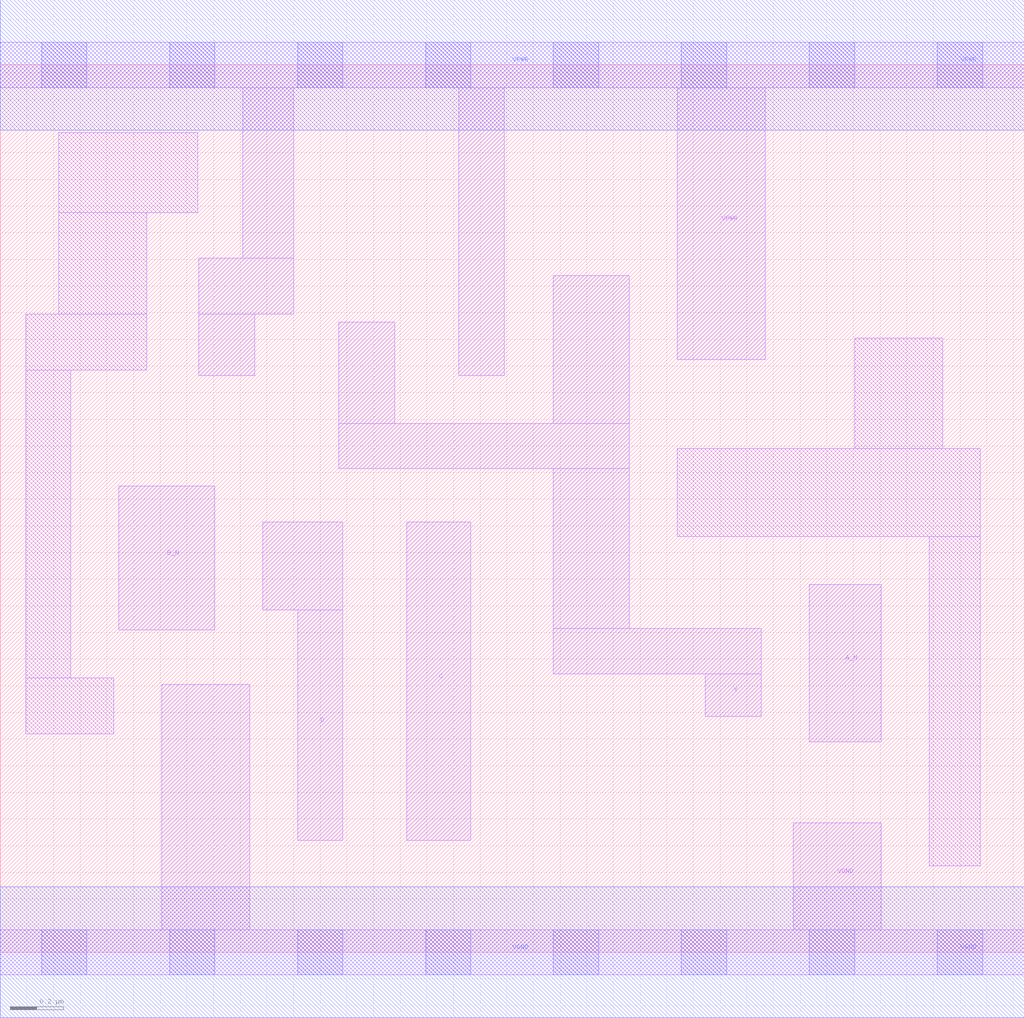
<source format=lef>
# Copyright 2020 The SkyWater PDK Authors
#
# Licensed under the Apache License, Version 2.0 (the "License");
# you may not use this file except in compliance with the License.
# You may obtain a copy of the License at
#
#     https://www.apache.org/licenses/LICENSE-2.0
#
# Unless required by applicable law or agreed to in writing, software
# distributed under the License is distributed on an "AS IS" BASIS,
# WITHOUT WARRANTIES OR CONDITIONS OF ANY KIND, either express or implied.
# See the License for the specific language governing permissions and
# limitations under the License.
#
# SPDX-License-Identifier: Apache-2.0

VERSION 5.7 ;
  NAMESCASESENSITIVE ON ;
  NOWIREEXTENSIONATPIN ON ;
  DIVIDERCHAR "/" ;
  BUSBITCHARS "[]" ;
UNITS
  DATABASE MICRONS 200 ;
END UNITS
MACRO sky130_fd_sc_lp__nand4bb_m
  CLASS CORE ;
  SOURCE USER ;
  FOREIGN sky130_fd_sc_lp__nand4bb_m ;
  ORIGIN  0.000000  0.000000 ;
  SIZE  3.840000 BY  3.330000 ;
  SYMMETRY X Y R90 ;
  SITE unit ;
  PIN A_N
    ANTENNAGATEAREA  0.126000 ;
    DIRECTION INPUT ;
    USE SIGNAL ;
    PORT
      LAYER li1 ;
        RECT 3.035000 0.790000 3.305000 1.380000 ;
    END
  END A_N
  PIN B_N
    ANTENNAGATEAREA  0.126000 ;
    DIRECTION INPUT ;
    USE SIGNAL ;
    PORT
      LAYER li1 ;
        RECT 0.445000 1.210000 0.805000 1.750000 ;
    END
  END B_N
  PIN C
    ANTENNAGATEAREA  0.126000 ;
    DIRECTION INPUT ;
    USE SIGNAL ;
    PORT
      LAYER li1 ;
        RECT 1.525000 0.420000 1.765000 1.615000 ;
    END
  END C
  PIN D
    ANTENNAGATEAREA  0.126000 ;
    DIRECTION INPUT ;
    USE SIGNAL ;
    PORT
      LAYER li1 ;
        RECT 0.985000 1.285000 1.285000 1.615000 ;
        RECT 1.115000 0.420000 1.285000 1.285000 ;
    END
  END D
  PIN Y
    ANTENNADIFFAREA  0.377700 ;
    DIRECTION OUTPUT ;
    USE SIGNAL ;
    PORT
      LAYER li1 ;
        RECT 1.270000 1.815000 2.360000 1.985000 ;
        RECT 1.270000 1.985000 1.480000 2.365000 ;
        RECT 2.075000 1.045000 2.855000 1.215000 ;
        RECT 2.075000 1.215000 2.360000 1.815000 ;
        RECT 2.075000 1.985000 2.360000 2.540000 ;
        RECT 2.645000 0.885000 2.855000 1.045000 ;
    END
  END Y
  PIN VGND
    DIRECTION INOUT ;
    USE GROUND ;
    PORT
      LAYER li1 ;
        RECT 0.000000 -0.085000 3.840000 0.085000 ;
        RECT 0.605000  0.085000 0.935000 1.005000 ;
        RECT 2.975000  0.085000 3.305000 0.485000 ;
      LAYER mcon ;
        RECT 0.155000 -0.085000 0.325000 0.085000 ;
        RECT 0.635000 -0.085000 0.805000 0.085000 ;
        RECT 1.115000 -0.085000 1.285000 0.085000 ;
        RECT 1.595000 -0.085000 1.765000 0.085000 ;
        RECT 2.075000 -0.085000 2.245000 0.085000 ;
        RECT 2.555000 -0.085000 2.725000 0.085000 ;
        RECT 3.035000 -0.085000 3.205000 0.085000 ;
        RECT 3.515000 -0.085000 3.685000 0.085000 ;
      LAYER met1 ;
        RECT 0.000000 -0.245000 3.840000 0.245000 ;
    END
  END VGND
  PIN VPWR
    DIRECTION INOUT ;
    USE POWER ;
    PORT
      LAYER li1 ;
        RECT 0.000000 3.245000 3.840000 3.415000 ;
        RECT 0.745000 2.165000 0.955000 2.395000 ;
        RECT 0.745000 2.395000 1.100000 2.605000 ;
        RECT 0.910000 2.605000 1.100000 3.245000 ;
        RECT 1.720000 2.165000 1.890000 3.245000 ;
        RECT 2.540000 2.225000 2.870000 3.245000 ;
      LAYER mcon ;
        RECT 0.155000 3.245000 0.325000 3.415000 ;
        RECT 0.635000 3.245000 0.805000 3.415000 ;
        RECT 1.115000 3.245000 1.285000 3.415000 ;
        RECT 1.595000 3.245000 1.765000 3.415000 ;
        RECT 2.075000 3.245000 2.245000 3.415000 ;
        RECT 2.555000 3.245000 2.725000 3.415000 ;
        RECT 3.035000 3.245000 3.205000 3.415000 ;
        RECT 3.515000 3.245000 3.685000 3.415000 ;
      LAYER met1 ;
        RECT 0.000000 3.085000 3.840000 3.575000 ;
    END
  END VPWR
  OBS
    LAYER li1 ;
      RECT 0.095000 0.820000 0.425000 1.030000 ;
      RECT 0.095000 1.030000 0.265000 2.185000 ;
      RECT 0.095000 2.185000 0.550000 2.395000 ;
      RECT 0.220000 2.395000 0.550000 2.775000 ;
      RECT 0.220000 2.775000 0.740000 3.075000 ;
      RECT 2.540000 1.560000 3.675000 1.890000 ;
      RECT 3.205000 1.890000 3.535000 2.305000 ;
      RECT 3.485000 0.325000 3.675000 1.560000 ;
  END
END sky130_fd_sc_lp__nand4bb_m

</source>
